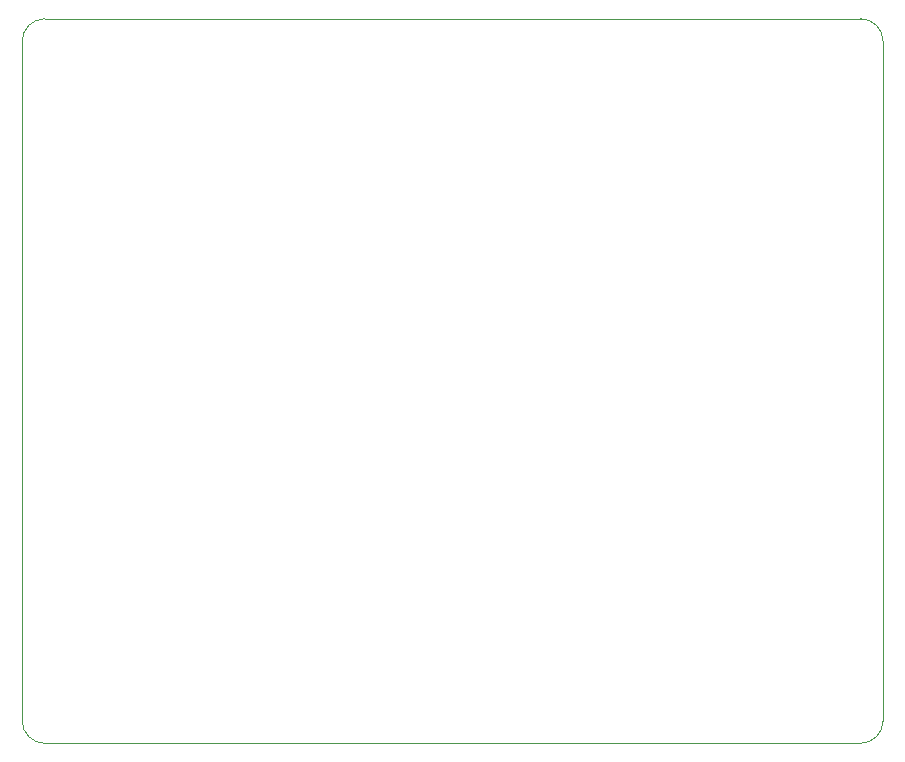
<source format=gbr>
%TF.GenerationSoftware,KiCad,Pcbnew,(5.1.6)-1*%
%TF.CreationDate,2020-12-19T20:46:55-03:30*%
%TF.ProjectId,graphics-card-rev-2,67726170-6869-4637-932d-636172642d72,rev?*%
%TF.SameCoordinates,Original*%
%TF.FileFunction,Profile,NP*%
%FSLAX46Y46*%
G04 Gerber Fmt 4.6, Leading zero omitted, Abs format (unit mm)*
G04 Created by KiCad (PCBNEW (5.1.6)-1) date 2020-12-19 20:46:55*
%MOMM*%
%LPD*%
G01*
G04 APERTURE LIST*
%TA.AperFunction,Profile*%
%ADD10C,0.100000*%
%TD*%
G04 APERTURE END LIST*
D10*
X57912000Y-108458000D02*
G75*
G02*
X59817000Y-106553000I1905000J0D01*
G01*
X59817000Y-167894000D02*
G75*
G02*
X57912000Y-165989000I0J1905000D01*
G01*
X130810000Y-165989000D02*
G75*
G02*
X128905000Y-167894000I-1905000J0D01*
G01*
X128905000Y-106553000D02*
G75*
G02*
X130810000Y-108458000I0J-1905000D01*
G01*
X59817000Y-106553000D02*
X128905000Y-106553000D01*
X57912000Y-165989000D02*
X57912000Y-108458000D01*
X128905000Y-167894000D02*
X59817000Y-167894000D01*
X130810000Y-108458000D02*
X130810000Y-165989000D01*
M02*

</source>
